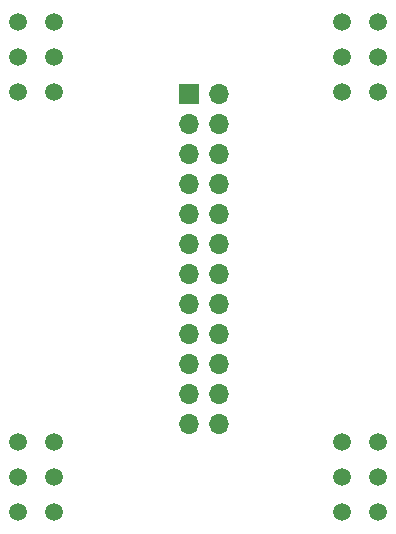
<source format=gbr>
G04 #@! TF.GenerationSoftware,KiCad,Pcbnew,(5.0.2)-1*
G04 #@! TF.CreationDate,2019-03-06T23:05:27-07:00*
G04 #@! TF.ProjectId,Connector PCB,436f6e6e-6563-4746-9f72-205043422e6b,rev?*
G04 #@! TF.SameCoordinates,Original*
G04 #@! TF.FileFunction,Copper,L2,Bot*
G04 #@! TF.FilePolarity,Positive*
%FSLAX46Y46*%
G04 Gerber Fmt 4.6, Leading zero omitted, Abs format (unit mm)*
G04 Created by KiCad (PCBNEW (5.0.2)-1) date 2019-03-06 11:05:27 PM*
%MOMM*%
%LPD*%
G01*
G04 APERTURE LIST*
G04 #@! TA.AperFunction,ComponentPad*
%ADD10O,1.700000X1.700000*%
G04 #@! TD*
G04 #@! TA.AperFunction,ComponentPad*
%ADD11R,1.700000X1.700000*%
G04 #@! TD*
G04 #@! TA.AperFunction,ComponentPad*
%ADD12C,1.500000*%
G04 #@! TD*
G04 APERTURE END LIST*
D10*
G04 #@! TO.P,J1,24*
G04 #@! TO.N,Net-(J1-Pad24)*
X166925001Y-114855001D03*
G04 #@! TO.P,J1,12*
G04 #@! TO.N,Net-(J1-Pad12)*
X164385001Y-114855001D03*
G04 #@! TO.P,J1,23*
G04 #@! TO.N,Net-(J1-Pad23)*
X166925001Y-112315001D03*
G04 #@! TO.P,J1,11*
G04 #@! TO.N,Net-(J1-Pad11)*
X164385001Y-112315001D03*
G04 #@! TO.P,J1,22*
G04 #@! TO.N,Net-(J1-Pad22)*
X166925001Y-109775001D03*
G04 #@! TO.P,J1,10*
G04 #@! TO.N,Net-(J1-Pad10)*
X164385001Y-109775001D03*
G04 #@! TO.P,J1,21*
G04 #@! TO.N,Net-(J1-Pad21)*
X166925001Y-107235001D03*
G04 #@! TO.P,J1,9*
G04 #@! TO.N,Net-(J1-Pad9)*
X164385001Y-107235001D03*
G04 #@! TO.P,J1,20*
G04 #@! TO.N,Net-(J1-Pad20)*
X166925001Y-104695001D03*
G04 #@! TO.P,J1,8*
G04 #@! TO.N,Net-(J1-Pad8)*
X164385001Y-104695001D03*
G04 #@! TO.P,J1,19*
G04 #@! TO.N,Net-(J1-Pad19)*
X166925001Y-102155001D03*
G04 #@! TO.P,J1,7*
G04 #@! TO.N,Net-(J1-Pad7)*
X164385001Y-102155001D03*
G04 #@! TO.P,J1,18*
G04 #@! TO.N,Net-(J1-Pad18)*
X166925001Y-99615001D03*
G04 #@! TO.P,J1,6*
G04 #@! TO.N,Net-(J1-Pad6)*
X164385001Y-99615001D03*
G04 #@! TO.P,J1,17*
G04 #@! TO.N,Net-(J1-Pad17)*
X166925001Y-97075001D03*
G04 #@! TO.P,J1,5*
G04 #@! TO.N,Net-(J1-Pad5)*
X164385001Y-97075001D03*
G04 #@! TO.P,J1,16*
G04 #@! TO.N,Net-(J1-Pad16)*
X166925001Y-94535001D03*
G04 #@! TO.P,J1,4*
G04 #@! TO.N,Net-(J1-Pad4)*
X164385001Y-94535001D03*
G04 #@! TO.P,J1,15*
G04 #@! TO.N,Net-(J1-Pad15)*
X166925001Y-91995001D03*
G04 #@! TO.P,J1,3*
G04 #@! TO.N,Net-(J1-Pad3)*
X164385001Y-91995001D03*
G04 #@! TO.P,J1,14*
G04 #@! TO.N,Net-(J1-Pad14)*
X166925001Y-89455001D03*
G04 #@! TO.P,J1,2*
G04 #@! TO.N,Net-(J1-Pad2)*
X164385001Y-89455001D03*
G04 #@! TO.P,J1,13*
G04 #@! TO.N,Net-(J1-Pad13)*
X166925001Y-86915001D03*
D11*
G04 #@! TO.P,J1,1*
G04 #@! TO.N,Net-(J1-Pad1)*
X164385001Y-86915001D03*
G04 #@! TD*
D12*
G04 #@! TO.P,J2,5*
G04 #@! TO.N,Net-(J1-Pad5)*
X149890000Y-86820000D03*
G04 #@! TO.P,J2,3*
G04 #@! TO.N,Net-(J1-Pad3)*
X149890000Y-83820000D03*
G04 #@! TO.P,J2,6*
G04 #@! TO.N,Net-(J1-Pad6)*
X152890000Y-86820000D03*
G04 #@! TO.P,J2,4*
G04 #@! TO.N,Net-(J1-Pad4)*
X152890000Y-83820000D03*
G04 #@! TO.P,J2,2*
G04 #@! TO.N,Net-(J1-Pad2)*
X152890000Y-80820000D03*
G04 #@! TO.P,J2,1*
G04 #@! TO.N,Net-(J1-Pad1)*
X149890000Y-80820000D03*
G04 #@! TD*
G04 #@! TO.P,J3,1*
G04 #@! TO.N,Net-(J1-Pad7)*
X149890000Y-116380000D03*
G04 #@! TO.P,J3,2*
G04 #@! TO.N,Net-(J1-Pad8)*
X152890000Y-116380000D03*
G04 #@! TO.P,J3,4*
G04 #@! TO.N,Net-(J1-Pad10)*
X152890000Y-119380000D03*
G04 #@! TO.P,J3,6*
G04 #@! TO.N,Net-(J1-Pad12)*
X152890000Y-122380000D03*
G04 #@! TO.P,J3,3*
G04 #@! TO.N,Net-(J1-Pad9)*
X149890000Y-119380000D03*
G04 #@! TO.P,J3,5*
G04 #@! TO.N,Net-(J1-Pad11)*
X149890000Y-122380000D03*
G04 #@! TD*
G04 #@! TO.P,J4,1*
G04 #@! TO.N,Net-(J1-Pad13)*
X180310000Y-80820000D03*
G04 #@! TO.P,J4,3*
G04 #@! TO.N,Net-(J1-Pad15)*
X180310000Y-83820000D03*
G04 #@! TO.P,J4,2*
G04 #@! TO.N,Net-(J1-Pad14)*
X177310000Y-80820000D03*
G04 #@! TO.P,J4,4*
G04 #@! TO.N,Net-(J1-Pad16)*
X177310000Y-83820000D03*
G04 #@! TO.P,J4,6*
G04 #@! TO.N,Net-(J1-Pad18)*
X177310000Y-86820000D03*
G04 #@! TO.P,J4,5*
G04 #@! TO.N,Net-(J1-Pad17)*
X180310000Y-86820000D03*
G04 #@! TD*
G04 #@! TO.P,J5,5*
G04 #@! TO.N,Net-(J1-Pad23)*
X180310000Y-122380000D03*
G04 #@! TO.P,J5,6*
G04 #@! TO.N,Net-(J1-Pad24)*
X177310000Y-122380000D03*
G04 #@! TO.P,J5,4*
G04 #@! TO.N,Net-(J1-Pad22)*
X177310000Y-119380000D03*
G04 #@! TO.P,J5,2*
G04 #@! TO.N,Net-(J1-Pad20)*
X177310000Y-116380000D03*
G04 #@! TO.P,J5,3*
G04 #@! TO.N,Net-(J1-Pad21)*
X180310000Y-119380000D03*
G04 #@! TO.P,J5,1*
G04 #@! TO.N,Net-(J1-Pad19)*
X180310000Y-116380000D03*
G04 #@! TD*
M02*

</source>
